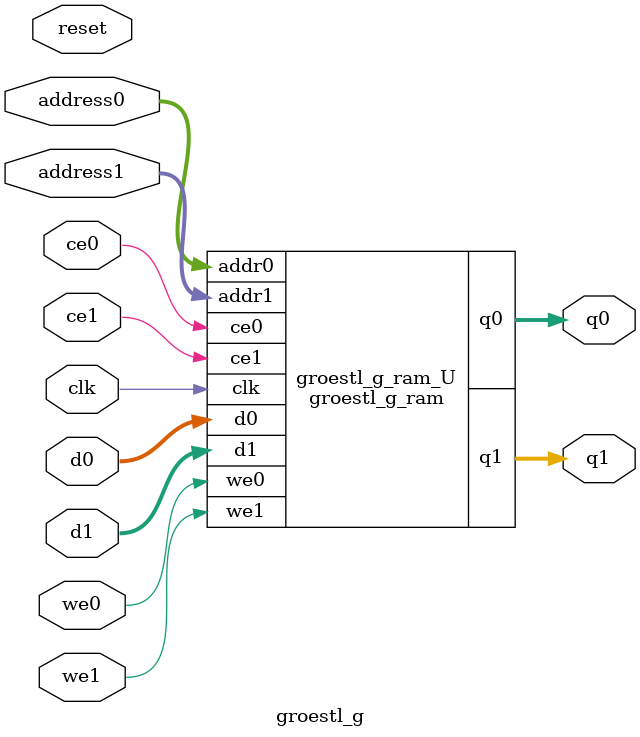
<source format=v>

`timescale 1 ns / 1 ps
module groestl_g_ram (addr0, ce0, d0, we0, q0, addr1, ce1, d1, we1, q1,  clk);

parameter DWIDTH = 64;
parameter AWIDTH = 4;
parameter MEM_SIZE = 16;

input[AWIDTH-1:0] addr0;
input ce0;
input[DWIDTH-1:0] d0;
input we0;
output reg[DWIDTH-1:0] q0;
input[AWIDTH-1:0] addr1;
input ce1;
input[DWIDTH-1:0] d1;
input we1;
output reg[DWIDTH-1:0] q1;
input clk;

(* ram_style = "block" *)reg [DWIDTH-1:0] ram[0:MEM_SIZE-1];




always @(posedge clk)  
begin 
    if (ce0) 
    begin
        if (we0) 
        begin 
            ram[addr0] <= d0; 
            q0 <= d0;
        end 
        else 
            q0 <= ram[addr0];
    end
end


always @(posedge clk)  
begin 
    if (ce1) 
    begin
        if (we1) 
        begin 
            ram[addr1] <= d1; 
            q1 <= d1;
        end 
        else 
            q1 <= ram[addr1];
    end
end


endmodule


`timescale 1 ns / 1 ps
module groestl_g(
    reset,
    clk,
    address0,
    ce0,
    we0,
    d0,
    q0,
    address1,
    ce1,
    we1,
    d1,
    q1);

parameter DataWidth = 32'd64;
parameter AddressRange = 32'd16;
parameter AddressWidth = 32'd4;
input reset;
input clk;
input[AddressWidth - 1:0] address0;
input ce0;
input we0;
input[DataWidth - 1:0] d0;
output[DataWidth - 1:0] q0;
input[AddressWidth - 1:0] address1;
input ce1;
input we1;
input[DataWidth - 1:0] d1;
output[DataWidth - 1:0] q1;



groestl_g_ram groestl_g_ram_U(
    .clk( clk ),
    .addr0( address0 ),
    .ce0( ce0 ),
    .d0( d0 ),
    .we0( we0 ),
    .q0( q0 ),
    .addr1( address1 ),
    .ce1( ce1 ),
    .d1( d1 ),
    .we1( we1 ),
    .q1( q1 ));

endmodule


</source>
